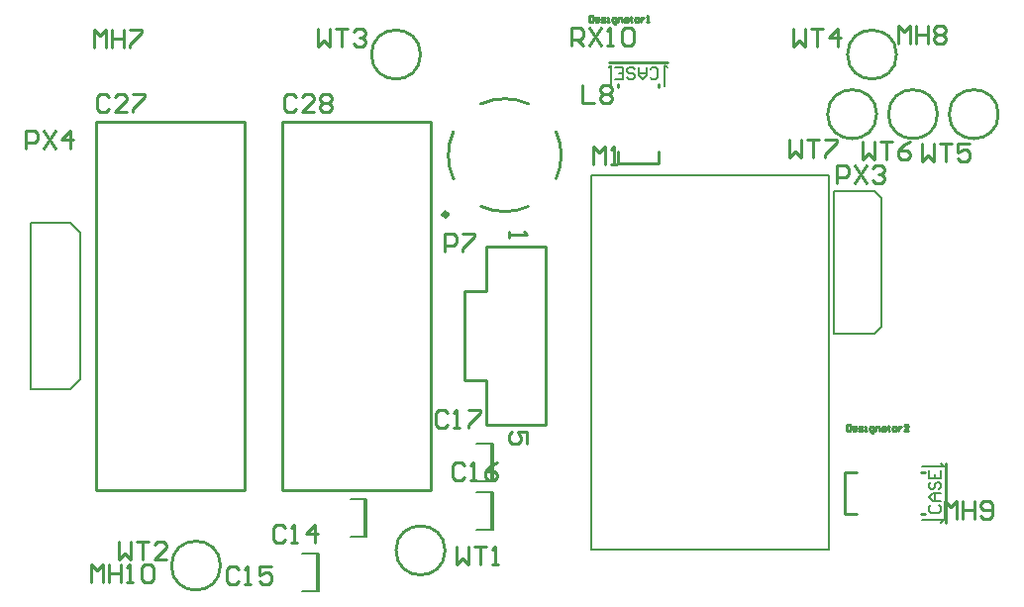
<source format=gto>
G04*
G04 #@! TF.GenerationSoftware,Altium Limited,Altium Designer,20.1.7 (139)*
G04*
G04 Layer_Color=15132400*
%FSLAX25Y25*%
%MOIN*%
G70*
G04*
G04 #@! TF.SameCoordinates,98BAC387-3A70-427A-9A39-C9BDDE23891B*
G04*
G04*
G04 #@! TF.FilePolarity,Positive*
G04*
G01*
G75*
%ADD10C,0.01000*%
%ADD11C,0.01500*%
%ADD12C,0.00591*%
%ADD13C,0.00787*%
%ADD14C,0.00500*%
D10*
X329900Y162992D02*
G03*
X329900Y162992I-8246J0D01*
G01*
X309427D02*
G03*
X309427Y162992I-8246J0D01*
G01*
X288955D02*
G03*
X288955Y162992I-8246J0D01*
G01*
X295648Y183071D02*
G03*
X295648Y183071I-8246J0D01*
G01*
X68089Y11024D02*
G03*
X68089Y11024I-8246J0D01*
G01*
X143679Y16142D02*
G03*
X143679Y16142I-8246J0D01*
G01*
X135412Y183071D02*
G03*
X135412Y183071I-8246J0D01*
G01*
X171870Y166404D02*
G03*
X155689Y166404I-8090J-17192D01*
G01*
X181060Y141313D02*
G03*
X181060Y157112I-17280J7899D01*
G01*
X155880Y131933D02*
G03*
X171679Y131933I7899J17280D01*
G01*
X146500Y157112D02*
G03*
X146588Y141122I17280J-7899D01*
G01*
X303937Y42323D02*
X305118D01*
X303937Y28543D02*
X305118D01*
X312205Y25591D02*
Y45276D01*
X278346Y42323D02*
X282283D01*
X278346Y28543D02*
Y42323D01*
Y28543D02*
X282283D01*
X201772Y172047D02*
Y173228D01*
X215551Y172047D02*
Y173228D01*
X198819Y180315D02*
X218504D01*
X201772Y146457D02*
Y150394D01*
Y146457D02*
X215551D01*
Y150394D01*
X157717Y58583D02*
Y73583D01*
X150216D02*
X157717D01*
X150216D02*
Y103583D01*
X157717Y118583D02*
X177717D01*
X157717Y58583D02*
X177717D01*
Y118583D01*
X150216Y103583D02*
X157717D01*
Y118583D01*
X139000Y36425D02*
Y160425D01*
X89000D02*
X139000D01*
X89000Y36425D02*
Y160425D01*
Y36425D02*
X139000D01*
X26181D02*
X76181D01*
X26181D02*
Y160425D01*
X76181D01*
Y36425D02*
Y160425D01*
X171215Y52084D02*
Y56083D01*
X168216D01*
X169215Y54083D01*
Y53084D01*
X168216Y52084D01*
X166216D01*
X165217Y53084D01*
Y55083D01*
X166216Y56083D01*
X165217Y123583D02*
Y121583D01*
Y122583D01*
X171215D01*
X170215Y123583D01*
X278886Y58481D02*
Y56482D01*
X279886D01*
X280219Y56815D01*
Y58148D01*
X279886Y58481D01*
X278886D01*
X281885Y56482D02*
X281218D01*
X280885Y56815D01*
Y57482D01*
X281218Y57815D01*
X281885D01*
X282218Y57482D01*
Y57148D01*
X280885D01*
X282885Y56482D02*
X283884D01*
X284217Y56815D01*
X283884Y57148D01*
X283218D01*
X282885Y57482D01*
X283218Y57815D01*
X284217D01*
X284884Y56482D02*
X285550D01*
X285217D01*
Y57815D01*
X284884D01*
X287216Y55815D02*
X287550D01*
X287883Y56149D01*
Y57815D01*
X286883D01*
X286550Y57482D01*
Y56815D01*
X286883Y56482D01*
X287883D01*
X288549D02*
Y57815D01*
X289549D01*
X289882Y57482D01*
Y56482D01*
X290882Y57815D02*
X291548D01*
X291882Y57482D01*
Y56482D01*
X290882D01*
X290549Y56815D01*
X290882Y57148D01*
X291882D01*
X292881Y58148D02*
Y57815D01*
X292548D01*
X293215D01*
X292881D01*
Y56815D01*
X293215Y56482D01*
X294547D02*
X295214D01*
X295547Y56815D01*
Y57482D01*
X295214Y57815D01*
X294547D01*
X294214Y57482D01*
Y56815D01*
X294547Y56482D01*
X296214Y57815D02*
Y56482D01*
Y57148D01*
X296547Y57482D01*
X296880Y57815D01*
X297213D01*
X299546Y56482D02*
X298213D01*
X299546Y57815D01*
Y58148D01*
X299213Y58481D01*
X298546D01*
X298213Y58148D01*
X192226Y196233D02*
Y194234D01*
X193226D01*
X193559Y194567D01*
Y195900D01*
X193226Y196233D01*
X192226D01*
X195225Y194234D02*
X194559D01*
X194225Y194567D01*
Y195234D01*
X194559Y195567D01*
X195225D01*
X195558Y195234D01*
Y194900D01*
X194225D01*
X196225Y194234D02*
X197224D01*
X197558Y194567D01*
X197224Y194900D01*
X196558D01*
X196225Y195234D01*
X196558Y195567D01*
X197558D01*
X198224Y194234D02*
X198890D01*
X198557D01*
Y195567D01*
X198224D01*
X200557Y193567D02*
X200890D01*
X201223Y193901D01*
Y195567D01*
X200223D01*
X199890Y195234D01*
Y194567D01*
X200223Y194234D01*
X201223D01*
X201889D02*
Y195567D01*
X202889D01*
X203222Y195234D01*
Y194234D01*
X204222Y195567D02*
X204889D01*
X205222Y195234D01*
Y194234D01*
X204222D01*
X203889Y194567D01*
X204222Y194900D01*
X205222D01*
X206222Y195900D02*
Y195567D01*
X205888D01*
X206555D01*
X206222D01*
Y194567D01*
X206555Y194234D01*
X207888D02*
X208554D01*
X208887Y194567D01*
Y195234D01*
X208554Y195567D01*
X207888D01*
X207554Y195234D01*
Y194567D01*
X207888Y194234D01*
X209554Y195567D02*
Y194234D01*
Y194900D01*
X209887Y195234D01*
X210220Y195567D01*
X210553D01*
X211553Y194234D02*
X212220D01*
X211886D01*
Y196233D01*
X211553Y195900D01*
X89825Y23896D02*
X88826Y24896D01*
X86826D01*
X85827Y23896D01*
Y19897D01*
X86826Y18898D01*
X88826D01*
X89825Y19897D01*
X91825Y18898D02*
X93824D01*
X92825D01*
Y24896D01*
X91825Y23896D01*
X99822Y18898D02*
Y24896D01*
X96823Y21897D01*
X100822D01*
X74077Y9723D02*
X73078Y10723D01*
X71078D01*
X70079Y9723D01*
Y5724D01*
X71078Y4724D01*
X73078D01*
X74077Y5724D01*
X76077Y4724D02*
X78076D01*
X77077D01*
Y10723D01*
X76077Y9723D01*
X85074Y10723D02*
X81075D01*
Y7723D01*
X83074Y8723D01*
X84074D01*
X85074Y7723D01*
Y5724D01*
X84074Y4724D01*
X82075D01*
X81075Y5724D01*
X93499Y168898D02*
X92499Y169898D01*
X90500D01*
X89500Y168898D01*
Y164900D01*
X90500Y163900D01*
X92499D01*
X93499Y164900D01*
X99497Y163900D02*
X95498D01*
X99497Y167899D01*
Y168898D01*
X98497Y169898D01*
X96498D01*
X95498Y168898D01*
X101496D02*
X102496Y169898D01*
X104495D01*
X105495Y168898D01*
Y167899D01*
X104495Y166899D01*
X105495Y165899D01*
Y164900D01*
X104495Y163900D01*
X102496D01*
X101496Y164900D01*
Y165899D01*
X102496Y166899D01*
X101496Y167899D01*
Y168898D01*
X102496Y166899D02*
X104495D01*
X147638Y17415D02*
Y11417D01*
X149637Y13417D01*
X151637Y11417D01*
Y17415D01*
X153636D02*
X157635D01*
X155635D01*
Y11417D01*
X159634D02*
X161633D01*
X160634D01*
Y17415D01*
X159634Y16416D01*
X261024Y191825D02*
Y185827D01*
X263023Y187826D01*
X265022Y185827D01*
Y191825D01*
X267022D02*
X271020D01*
X269021D01*
Y185827D01*
X276019D02*
Y191825D01*
X273020Y188826D01*
X277018D01*
X284252Y153636D02*
Y147638D01*
X286251Y149637D01*
X288251Y147638D01*
Y153636D01*
X290250D02*
X294249D01*
X292249D01*
Y147638D01*
X300247Y153636D02*
X298247Y152636D01*
X296248Y150637D01*
Y148637D01*
X297248Y147638D01*
X299247D01*
X300247Y148637D01*
Y149637D01*
X299247Y150637D01*
X296248D01*
X100787Y191825D02*
Y185827D01*
X102787Y187826D01*
X104786Y185827D01*
Y191825D01*
X106786D02*
X110784D01*
X108785D01*
Y185827D01*
X112784Y190825D02*
X113783Y191825D01*
X115782D01*
X116782Y190825D01*
Y189825D01*
X115782Y188826D01*
X114783D01*
X115782D01*
X116782Y187826D01*
Y186826D01*
X115782Y185827D01*
X113783D01*
X112784Y186826D01*
X304331Y153242D02*
Y147244D01*
X306330Y149243D01*
X308329Y147244D01*
Y153242D01*
X310329D02*
X314328D01*
X312328D01*
Y147244D01*
X320325Y153242D02*
X316327D01*
Y150243D01*
X318326Y151243D01*
X319326D01*
X320325Y150243D01*
Y148244D01*
X319326Y147244D01*
X317326D01*
X316327Y148244D01*
X259449Y154423D02*
Y148425D01*
X261448Y150425D01*
X263447Y148425D01*
Y154423D01*
X265447D02*
X269446D01*
X267446D01*
Y148425D01*
X271445Y154423D02*
X275444D01*
Y153424D01*
X271445Y149425D01*
Y148425D01*
X33858Y18990D02*
Y12992D01*
X35858Y14991D01*
X37857Y12992D01*
Y18990D01*
X39856D02*
X43855D01*
X41856D01*
Y12992D01*
X49853D02*
X45854D01*
X49853Y16991D01*
Y17990D01*
X48853Y18990D01*
X46854D01*
X45854Y17990D01*
X186221Y186221D02*
Y192218D01*
X189219D01*
X190219Y191219D01*
Y189219D01*
X189219Y188220D01*
X186221D01*
X188220D02*
X190219Y186221D01*
X192218Y192218D02*
X196217Y186221D01*
Y192218D02*
X192218Y186221D01*
X198217D02*
X200216D01*
X199216D01*
Y192218D01*
X198217Y191219D01*
X203215D02*
X204215Y192218D01*
X206214D01*
X207214Y191219D01*
Y187220D01*
X206214Y186221D01*
X204215D01*
X203215Y187220D01*
Y191219D01*
X2600Y151400D02*
Y157398D01*
X5599D01*
X6599Y156398D01*
Y154399D01*
X5599Y153399D01*
X2600D01*
X8598Y157398D02*
X12597Y151400D01*
Y157398D02*
X8598Y151400D01*
X17595D02*
Y157398D01*
X14596Y154399D01*
X18595D01*
X275590Y139764D02*
Y145762D01*
X278590D01*
X279589Y144762D01*
Y142763D01*
X278590Y141763D01*
X275590D01*
X281589Y145762D02*
X285587Y139764D01*
Y145762D02*
X281589Y139764D01*
X287587Y144762D02*
X288586Y145762D01*
X290586D01*
X291585Y144762D01*
Y143763D01*
X290586Y142763D01*
X289586D01*
X290586D01*
X291585Y141763D01*
Y140763D01*
X290586Y139764D01*
X288586D01*
X287587Y140763D01*
X24409Y5512D02*
Y11510D01*
X26409Y9510D01*
X28408Y11510D01*
Y5512D01*
X30408Y11510D02*
Y5512D01*
Y8511D01*
X34406D01*
Y11510D01*
Y5512D01*
X36406D02*
X38405D01*
X37405D01*
Y11510D01*
X36406Y10510D01*
X41404D02*
X42404Y11510D01*
X44403D01*
X45403Y10510D01*
Y6511D01*
X44403Y5512D01*
X42404D01*
X41404Y6511D01*
Y10510D01*
X311811Y26772D02*
Y32770D01*
X313810Y30770D01*
X315810Y32770D01*
Y26772D01*
X317809Y32770D02*
Y26772D01*
Y29771D01*
X321808D01*
Y32770D01*
Y26772D01*
X323807Y27771D02*
X324807Y26772D01*
X326806D01*
X327806Y27771D01*
Y31770D01*
X326806Y32770D01*
X324807D01*
X323807Y31770D01*
Y30770D01*
X324807Y29771D01*
X327806D01*
X296063Y186614D02*
Y192612D01*
X298062Y190613D01*
X300062Y192612D01*
Y186614D01*
X302061Y192612D02*
Y186614D01*
Y189613D01*
X306060D01*
Y192612D01*
Y186614D01*
X308059Y191613D02*
X309059Y192612D01*
X311058D01*
X312058Y191613D01*
Y190613D01*
X311058Y189613D01*
X312058Y188613D01*
Y187614D01*
X311058Y186614D01*
X309059D01*
X308059Y187614D01*
Y188613D01*
X309059Y189613D01*
X308059Y190613D01*
Y191613D01*
X309059Y189613D02*
X311058D01*
X25591Y185433D02*
Y191431D01*
X27590Y189432D01*
X29589Y191431D01*
Y185433D01*
X31589Y191431D02*
Y185433D01*
Y188432D01*
X35587D01*
Y191431D01*
Y185433D01*
X37587Y191431D02*
X41585D01*
Y190431D01*
X37587Y186433D01*
Y185433D01*
X143701Y116929D02*
Y122927D01*
X146700D01*
X147699Y121927D01*
Y119928D01*
X146700Y118929D01*
X143701D01*
X149699Y122927D02*
X153698D01*
Y121927D01*
X149699Y117929D01*
Y116929D01*
X193492Y146067D02*
Y152065D01*
X195492Y150066D01*
X197491Y152065D01*
Y146067D01*
X199490D02*
X201489D01*
X200490D01*
Y152065D01*
X199490Y151065D01*
X189764Y172927D02*
Y166929D01*
X193763D01*
X195762Y171927D02*
X196762Y172927D01*
X198761D01*
X199760Y171927D01*
Y170928D01*
X198761Y169928D01*
X199760Y168929D01*
Y167929D01*
X198761Y166929D01*
X196762D01*
X195762Y167929D01*
Y168929D01*
X196762Y169928D01*
X195762Y170928D01*
Y171927D01*
X196762Y169928D02*
X198761D01*
X30699Y168898D02*
X29699Y169898D01*
X27700D01*
X26700Y168898D01*
Y164900D01*
X27700Y163900D01*
X29699D01*
X30699Y164900D01*
X36697Y163900D02*
X32698D01*
X36697Y167899D01*
Y168898D01*
X35697Y169898D01*
X33698D01*
X32698Y168898D01*
X38696Y169898D02*
X42695D01*
Y168898D01*
X38696Y164900D01*
Y163900D01*
X144550Y62479D02*
X143550Y63478D01*
X141551D01*
X140551Y62479D01*
Y58480D01*
X141551Y57480D01*
X143550D01*
X144550Y58480D01*
X146549Y57480D02*
X148549D01*
X147549D01*
Y63478D01*
X146549Y62479D01*
X151548Y63478D02*
X155546D01*
Y62479D01*
X151548Y58480D01*
Y57480D01*
X150231Y44598D02*
X149231Y45598D01*
X147232D01*
X146232Y44598D01*
Y40600D01*
X147232Y39600D01*
X149231D01*
X150231Y40600D01*
X152230Y39600D02*
X154230D01*
X153230D01*
Y45598D01*
X152230Y44598D01*
X161227Y45598D02*
X159228Y44598D01*
X157229Y42599D01*
Y40600D01*
X158228Y39600D01*
X160228D01*
X161227Y40600D01*
Y41599D01*
X160228Y42599D01*
X157229D01*
D11*
X144487Y129213D02*
G03*
X144487Y129213I-707J0D01*
G01*
D12*
X310630Y45276D02*
X311417Y44488D01*
X304331Y44488D02*
X311417D01*
X310630Y25591D02*
X311417Y26378D01*
X304331D02*
X311417D01*
X198819Y178740D02*
X199606Y179527D01*
X199606Y172441D02*
Y179527D01*
X217717D02*
X218504Y178740D01*
X217717Y172441D02*
Y179527D01*
X193032Y142559D02*
X272992D01*
X193032Y16575D02*
Y142559D01*
Y16575D02*
X272992D01*
Y142559D01*
X307350Y31364D02*
X306694Y30708D01*
Y29396D01*
X307350Y28740D01*
X309974D01*
X310630Y29396D01*
Y30708D01*
X309974Y31364D01*
X310630Y32676D02*
X308006D01*
X306694Y33988D01*
X308006Y35300D01*
X310630D01*
X308662D01*
Y32676D01*
X307350Y39235D02*
X306694Y38579D01*
Y37268D01*
X307350Y36612D01*
X308006D01*
X308662Y37268D01*
Y38579D01*
X309318Y39235D01*
X309974D01*
X310630Y38579D01*
Y37268D01*
X309974Y36612D01*
X306694Y43171D02*
Y40547D01*
X310630D01*
Y43171D01*
X308662Y40547D02*
Y41859D01*
X212731Y175460D02*
X213387Y174804D01*
X214698D01*
X215354Y175460D01*
Y178084D01*
X214698Y178740D01*
X213387D01*
X212731Y178084D01*
X211419Y178740D02*
Y176116D01*
X210107Y174804D01*
X208795Y176116D01*
Y178740D01*
Y176772D01*
X211419D01*
X204859Y175460D02*
X205515Y174804D01*
X206827D01*
X207483Y175460D01*
Y176116D01*
X206827Y176772D01*
X205515D01*
X204859Y177428D01*
Y178084D01*
X205515Y178740D01*
X206827D01*
X207483Y178084D01*
X200923Y174804D02*
X203547D01*
Y178740D01*
X200923D01*
X203547Y176772D02*
X202235D01*
D13*
X159095Y39370D02*
Y51968D01*
X159843Y39370D02*
Y51968D01*
X154331D02*
X159843D01*
X154331Y39370D02*
X159843D01*
X116575Y20866D02*
Y33465D01*
X117323Y20866D02*
Y33465D01*
X111811D02*
X117323D01*
X111811Y20866D02*
X117323D01*
X100433Y2362D02*
Y14961D01*
X101181Y2362D02*
Y14961D01*
X95669D02*
X101181D01*
X95669Y2362D02*
X101181D01*
X154331Y23228D02*
X159843D01*
X154331Y35827D02*
X159843D01*
Y23228D02*
Y35827D01*
X159095Y23228D02*
Y35827D01*
D14*
X274410Y88976D02*
X288189D01*
X290551Y91339D01*
Y134646D01*
X274410Y88976D02*
Y137008D01*
X288189Y137008D01*
X290551Y134646D01*
X4331Y70472D02*
X17717D01*
X20866Y73622D01*
X20866Y123228D02*
X20866Y73622D01*
X17717Y126378D02*
X20866Y123228D01*
X4331Y126378D02*
X17717Y126378D01*
X4331Y70472D02*
Y126378D01*
M02*

</source>
